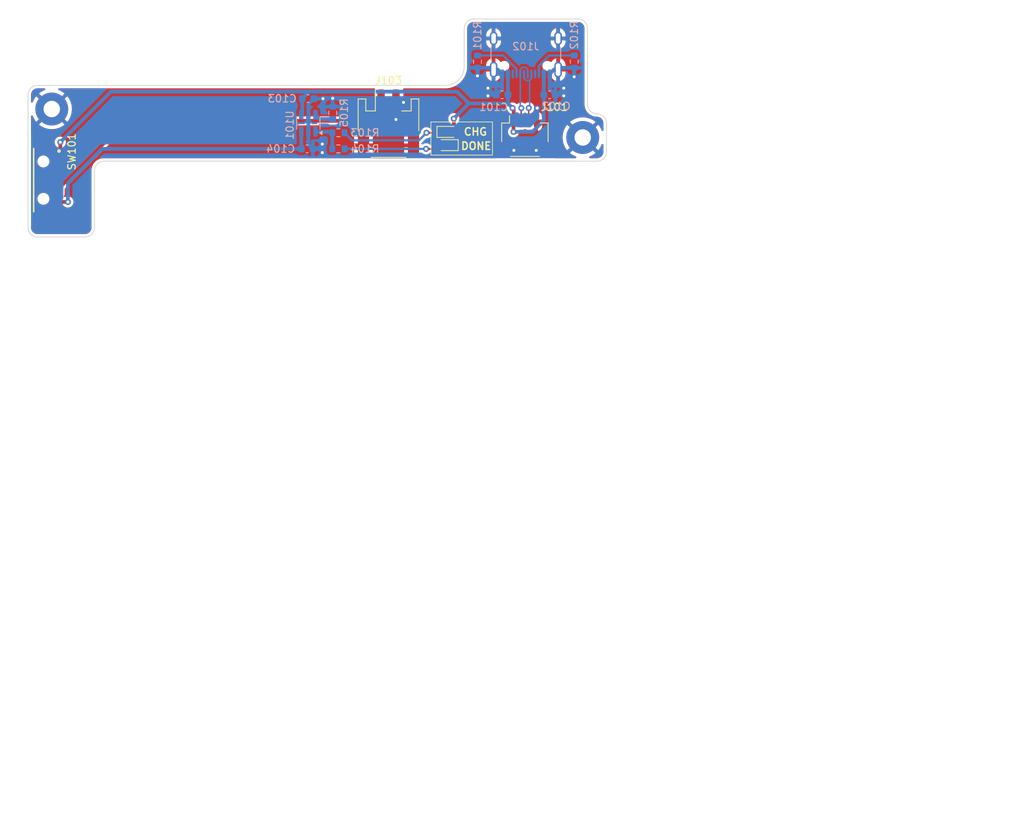
<source format=kicad_pcb>
(kicad_pcb (version 20240108) (generator "pcbnew") (generator_version "8.0")
  (layers (0 "F.Cu" signal) (31 "B.Cu" signal) (34 "B.Paste" user) (35 "F.Paste" user) (36 "B.SilkS" user "B.Silkscreen") (37 "F.SilkS" user "F.Silkscreen") (38 "B.Mask" user) (39 "F.Mask" user) (44 "Edge.Cuts" user))
  (net 0 "")
  (net 1 "GND")
  (net 2 "VCC")
  (net 3 "Net-(U101-V_{BAT})")
  (net 4 "Net-(D101-K)")
  (net 5 "Net-(D102-A)")
  (net 6 "USB_D+")
  (net 7 "USB_D-")
  (net 9 "Net-(J102-CC1)")
  (net 10 "Net-(J102-CC2)")
  (net 12 "Net-(J103-Pin_1)")
  (net 13 "Net-(U101-STAT)")
  (net 14 "Net-(U101-PROG)")
  (footprint "LED_SMD:LED_0603_1608Metric" (layer "F.Cu") (at 75.3001 41.7957)
    (property "Reference" "D101" (hide yes))
    (property "Value" "RED")
    (fp_line (start -1.485 -0.735) (end -1.485 0.735) (stroke (width 0.12)) (layer "F.SilkS"))
    (fp_line (start -1.485 0.735) (end 0.8 0.735) (stroke (width 0.12)) (layer "F.SilkS"))
    (fp_line (start 0.8 -0.735) (end -1.485 -0.735) (stroke (width 0.12)) (layer "F.SilkS"))
    (pad "1" smd roundrect (at -0.7875 0) (size 0.875 0.95) (layers "F.Cu" "F.Paste" "F.Mask") (net 4 "Net-(D101-K)"))
    (pad "2" smd roundrect (at 0.7875 0) (size 0.875 0.95) (layers "F.Cu" "F.Paste" "F.Mask") (net 2 "VCC"))
  )
  (footprint "PCM_Slide_SW:SW_PCM13SMTR" (layer "F.Cu") (at 21.098 48.26 -90)
    (property "Reference" "SW101" (at -3.81 -3.81 90) (layer "F.SilkS") (effects (font (size 1.001843 1.001843))))
    (property "Value" "PCM13SMTR")
    (fp_line (start -1.5 1.3) (end -4.25 1.3) (stroke (width 0.2)) (layer "F.SilkS"))
    (fp_line (start 1.5 1.3) (end -1.5 1.3) (stroke (width 0.2)) (layer "F.SilkS"))
    (fp_line (start 4.25 1.3) (end 1.5 1.3) (stroke (width 0.2)) (layer "F.SilkS"))
    (fp_circle (center -3.9 -2.1) (end -3.758581 -2.1) (stroke (width 0.2)) (fill none) (layer "F.SilkS"))
    (pad "" np_thru_hole circle (at -2.5 0 270) (size 0.9 0.9) (drill 0.9) (layers "*.Cu" "*.Mask"))
    (pad "" np_thru_hole circle (at 2.5 0 270) (size 0.9 0.9) (drill 0.9) (layers "*.Cu" "*.Mask"))
    (pad "1" smd rect (at -3 -1.75 90) (size 0.7 1.5) (layers "F.Cu" "F.Paste" "F.Mask") (net 2 "VCC"))
    (pad "2" smd rect (at -1.5 -1.75 90) (size 0.7 1.5) (layers "F.Cu" "F.Paste" "F.Mask"))
    (pad "3" smd rect (at 1.5 -1.75 90) (size 0.7 1.5) (layers "F.Cu" "F.Paste" "F.Mask") (net 12 "Net-(J103-Pin_1)"))
    (pad "4" smd rect (at 3 -1.75 90) (size 0.7 1.5) (layers "F.Cu" "F.Paste" "F.Mask") (net 3 "Net-(U101-V_{BAT})"))
    (pad "S1" smd rect (at -5.15 -1.1 270) (size 1 0.8) (layers "F.Cu" "F.Paste" "F.Mask") (net 1 "GND"))
    (pad "S2" smd rect (at -5.15 1.1 270) (size 1 0.8) (layers "F.Cu" "F.Paste" "F.Mask") (net 1 "GND"))
    (pad "S3" smd rect (at 5.15 -1.1 270) (size 1 0.8) (layers "F.Cu" "F.Paste" "F.Mask") (net 1 "GND"))
    (pad "S4" smd rect (at 5.15 1.1 270) (size 1 0.8) (layers "F.Cu" "F.Paste" "F.Mask") (net 1 "GND"))
  )
  (footprint "Connector_JST:JST_PH_S2B-PH-SM4-TB_1x02-1MP_P2.00mm_Horizontal" (layer "F.Cu") (at 67.326 40.696)
    (property "Reference" "J103" (at 0 -5.8 0) (layer "F.SilkS"))
    (property "Value" "Battery_Conn")
    (fp_line (start -4.06 -3.31) (end -3.04 -3.31) (stroke (width 0.12)) (layer "F.SilkS"))
    (fp_line (start -4.06 0.94) (end -4.06 -3.31) (stroke (width 0.12)) (layer "F.SilkS"))
    (fp_line (start -3.04 -3.31) (end -3.04 -1.71) (stroke (width 0.12)) (layer "F.SilkS"))
    (fp_line (start -3.04 -1.71) (end -1.76 -1.71) (stroke (width 0.12)) (layer "F.SilkS"))
    (fp_line (start -2.34 4.51) (end 2.34 4.51) (stroke (width 0.12)) (layer "F.SilkS"))
    (fp_line (start -1.76 -1.71) (end -1.76 -4.6) (stroke (width 0.12)) (layer "F.SilkS"))
    (fp_line (start 3.04 -3.31) (end 3.04 -1.71) (stroke (width 0.12)) (layer "F.SilkS"))
    (fp_line (start 3.04 -1.71) (end 1.76 -1.71) (stroke (width 0.12)) (layer "F.SilkS"))
    (fp_line (start 4.06 -3.31) (end 3.04 -3.31) (stroke (width 0.12)) (layer "F.SilkS"))
    (fp_line (start 4.06 0.94) (end 4.06 -3.31) (stroke (width 0.12)) (layer "F.SilkS"))
    (pad "1" smd roundrect (at -1 -2.85) (size 1 3.5) (layers "F.Cu" "F.Paste" "F.Mask") (net 12 "Net-(J103-Pin_1)"))
    (pad "2" smd roundrect (at 1 -2.85) (size 1 3.5) (layers "F.Cu" "F.Paste" "F.Mask") (net 1 "GND"))
    (pad "MP" smd roundrect (at -3.35 2.9) (size 1.5 3.4) (layers "F.Cu" "F.Paste" "F.Mask") (roundrect_rratio 0.1666673333) (net 1 "GND"))
    (pad "MP" smd roundrect (at 3.35 2.9) (size 1.5 3.4) (layers "F.Cu" "F.Paste" "F.Mask") (roundrect_rratio 0.1666673333) (net 1 "GND"))
  )
  (footprint "MountingHole:MountingHole_2.2mm_M2_Pad" (layer "F.Cu") (at 22.225 38.735)
    (property "Reference" "H102" (hide yes))
    (property "Value" "MountingHole_Pad")
    (pad "1" thru_hole circle (at 0 0) (size 4.4 4.4) (drill 2.2) (layers "*.Cu" "*.Mask") (net 1 "GND"))
  )
  (footprint "Connector_JST:JST_SH_SM04B-SRSS-TB_1x04-1MP_P1.00mm_Horizontal" (layer "F.Cu") (at 85.598 42.3926)
    (property "Reference" "J101" (at 3.937 -3.9116 0) (layer "F.SilkS"))
    (property "Value" "Conn_01x04_MountingPin")
    (fp_line (start -3.11 -1.785) (end -2.06 -1.785) (stroke (width 0.12)) (layer "F.SilkS"))
    (fp_line (start -3.11 0.715) (end -3.11 -1.785) (stroke (width 0.12)) (layer "F.SilkS"))
    (fp_line (start -2.06 -1.785) (end -2.06 -2.775) (stroke (width 0.12)) (layer "F.SilkS"))
    (fp_line (start -1.94 2.685) (end 1.94 2.685) (stroke (width 0.12)) (layer "F.SilkS"))
    (fp_line (start 3.11 -1.785) (end 2.06 -1.785) (stroke (width 0.12)) (layer "F.SilkS"))
    (fp_line (start 3.11 0.715) (end 3.11 -1.785) (stroke (width 0.12)) (layer "F.SilkS"))
    (pad "1" smd roundrect (at -1.5 -2) (size 0.6 1.55) (layers "F.Cu" "F.Paste" "F.Mask") (net 2 "VCC"))
    (pad "2" smd roundrect (at -0.5 -2) (size 0.6 1.55) (layers "F.Cu" "F.Paste" "F.Mask") (net 7 "USB_D-"))
    (pad "3" smd roundrect (at 0.5 -2) (size 0.6 1.55) (layers "F.Cu" "F.Paste" "F.Mask") (net 6 "USB_D+"))
    (pad "4" smd roundrect (at 1.5 -2) (size 0.6 1.55) (layers "F.Cu" "F.Paste" "F.Mask") (net 1 "GND"))
    (pad "MP" smd roundrect (at -2.8 1.875) (size 1.2 1.8) (layers "F.Cu" "F.Paste" "F.Mask") (roundrect_rratio 0.2083333333) (net 1 "GND"))
    (pad "MP" smd roundrect (at 2.8 1.875) (size 1.2 1.8) (layers "F.Cu" "F.Paste" "F.Mask") (roundrect_rratio 0.2083333333) (net 1 "GND"))
  )
  (footprint "MountingHole:MountingHole_2.2mm_M2_Pad" (layer "F.Cu") (at 93.345 42.545)
    (property "Reference" "H101" (hide yes))
    (property "Value" "MountingHole_Pad")
    (pad "1" thru_hole circle (at 0 0) (size 4.4 4.4) (drill 2.2) (layers "*.Cu" "*.Mask") (net 1 "GND"))
  )
  (footprint "LED_SMD:LED_0603_1608Metric" (layer "F.Cu") (at 75.1801 43.5737 180)
    (property "Reference" "D102" (hide yes))
    (property "Value" "GREEN")
    (fp_line (start 0.8 -0.735) (end -1.485 -0.735) (stroke (width 0.12)) (layer "F.SilkS"))
    (fp_line (start -1.485 0.735) (end 0.8 0.735) (stroke (width 0.12)) (layer "F.SilkS"))
    (fp_line (start -1.485 -0.735) (end -1.485 0.735) (stroke (width 0.12)) (layer "F.SilkS"))
    (pad "1" smd roundrect (at -0.7875 0 180) (size 0.875 0.95) (layers "F.Cu" "F.Paste" "F.Mask") (net 1 "GND"))
    (pad "2" smd roundrect (at 0.7875 0 180) (size 0.875 0.95) (layers "F.Cu" "F.Paste" "F.Mask") (net 5 "Net-(D102-A)"))
  )
  (footprint "Resistor_SMD:R_0603_1608Metric" (layer "B.Cu") (at 79.248 32.385 -90)
    (property "Reference" "R101" (at -3.493 0 90) (layer "B.SilkS") (effects (justify mirror)))
    (property "Value" "5.1k")
    (fp_line (start 0.237258 0.5225) (end -0.237258 0.5225) (stroke (width 0.12)) (layer "B.SilkS"))
    (fp_line (start 0.237258 -0.5225) (end -0.237258 -0.5225) (stroke (width 0.12)) (layer "B.SilkS"))
    (pad "1" smd roundrect (at -0.825 0 270) (size 0.8 0.95) (layers "B.Cu" "B.Paste" "B.Mask") (net 9 "Net-(J102-CC1)"))
    (pad "2" smd roundrect (at 0.825 0 270) (size 0.8 0.95) (layers "B.Cu" "B.Paste" "B.Mask") (net 1 "GND"))
  )
  (footprint "Resistor_SMD:R_0603_1608Metric" (layer "B.Cu") (at 60.6176 41.91 180)
    (property "Reference" "R103" (at -3.556 0 180) (layer "B.SilkS") (effects (justify mirror)))
    (property "Value" "470")
    (fp_line (start 0.237258 0.5225) (end -0.237258 0.5225) (stroke (width 0.12)) (layer "B.SilkS"))
    (fp_line (start 0.237258 -0.5225) (end -0.237258 -0.5225) (stroke (width 0.12)) (layer "B.SilkS"))
    (pad "1" smd roundrect (at -0.825 0 180) (size 0.8 0.95) (layers "B.Cu" "B.Paste" "B.Mask") (net 4 "Net-(D101-K)"))
    (pad "2" smd roundrect (at 0.825 0 180) (size 0.8 0.95) (layers "B.Cu" "B.Paste" "B.Mask") (net 13 "Net-(U101-STAT)"))
  )
  (footprint "Resistor_SMD:R_0603_1608Metric" (layer "B.Cu") (at 60.6176 44.069 180)
    (property "Reference" "R104" (at -3.556 0 180) (layer "B.SilkS") (effects (justify mirror)))
    (property "Value" "470")
    (fp_line (start 0.237258 0.5225) (end -0.237258 0.5225) (stroke (width 0.12)) (layer "B.SilkS"))
    (fp_line (start 0.237258 -0.5225) (end -0.237258 -0.5225) (stroke (width 0.12)) (layer "B.SilkS"))
    (pad "1" smd roundrect (at -0.825 0 180) (size 0.8 0.95) (layers "B.Cu" "B.Paste" "B.Mask") (net 5 "Net-(D102-A)"))
    (pad "2" smd roundrect (at 0.825 0 180) (size 0.8 0.95) (layers "B.Cu" "B.Paste" "B.Mask") (net 13 "Net-(U101-STAT)"))
  )
  (footprint "Resistor_SMD:R_0603_1608Metric" (layer "B.Cu") (at 59.8556 39.243 -90)
    (property "Reference" "R105" (at 0 -1.524 90) (layer "B.SilkS") (effects (justify mirror)))
    (property "Value" "5.1k")
    (fp_line (start 0.237258 0.5225) (end -0.237258 0.5225) (stroke (width 0.12)) (layer "B.SilkS"))
    (fp_line (start 0.237258 -0.5225) (end -0.237258 -0.5225) (stroke (width 0.12)) (layer "B.SilkS"))
    (pad "1" smd roundrect (at -0.825 0 270) (size 0.8 0.95) (layers "B.Cu" "B.Paste" "B.Mask") (net 1 "GND"))
    (pad "2" smd roundrect (at 0.825 0 270) (size 0.8 0.95) (layers "B.Cu" "B.Paste" "B.Mask") (net 14 "Net-(U101-PROG)"))
  )
  (footprint "Capacitor_SMD:C_0603_1608Metric" (layer "B.Cu") (at 56.4266 44.069)
    (property "Reference" "C104" (at -3.556 0 0) (layer "B.SilkS") (effects (justify mirror)))
    (property "Value" "4.7uF")
    (fp_line (start 0.14058 -0.51) (end -0.14058 -0.51) (stroke (width 0.12)) (layer "B.SilkS"))
    (fp_line (start 0.14058 0.51) (end -0.14058 0.51) (stroke (width 0.12)) (layer "B.SilkS"))
    (pad "1" smd roundrect (at -0.775 0) (size 0.9 0.95) (layers "B.Cu" "B.Paste" "B.Mask") (net 3 "Net-(U101-V_{BAT})"))
    (pad "2" smd roundrect (at 0.775 0) (size 0.9 0.95) (layers "B.Cu" "B.Paste" "B.Mask") (net 1 "GND"))
  )
  (footprint "Connector_USB:USB_C_Receptacle_GCT_USB4105-xx-A_16P_TopMnt_Horizontal" (layer "B.Cu") (at 85.725 30.353)
    (property "Reference" "J102" (at 0 0 0) (layer "B.SilkS") (effects (justify mirror)))
    (property "Value" "USB_C_2.0")
    (fp_line (start -4.67 1.8) (end -4.67 0.1) (stroke (width 0.12)) (layer "B.SilkS"))
    (fp_line (start 4.67 1.8) (end 4.67 0.1) (stroke (width 0.12)) (layer "B.SilkS"))
    (pad "" np_thru_hole circle (at -2.89 2.605) (size 0.65 0.65) (drill 0.65) (layers "F&B.Cu" "*.Mask"))
    (pad "" np_thru_hole circle (at 2.89 2.605) (size 0.65 0.65) (drill 0.65) (layers "F&B.Cu" "*.Mask"))
    (pad "A1" smd roundrect (at -3.2 3.68) (size 0.6 1.15) (layers "B.Cu" "B.Paste" "B.Mask") (net 1 "GND"))
    (pad "A4" smd roundrect (at -2.4 3.68) (size 0.6 1.15) (layers "B.Cu" "B.Paste" "B.Mask") (net 2 "VCC"))
    (pad "A5" smd roundrect (at -1.25 3.68) (size 0.3 1.15) (layers "B.Cu" "B.Paste" "B.Mask") (net 9 "Net-(J102-CC1)"))
    (pad "A6" smd roundrect (at -0.25 3.68) (size 0.3 1.15) (layers "B.Cu" "B.Paste" "B.Mask") (net 6 "USB_D+"))
    (pad "A7" smd roundrect (at 0.25 3.68) (size 0.3 1.15) (layers "B.Cu" "B.Paste" "B.Mask") (net 7 "USB_D-"))
    (pad "A8" smd roundrect (at 1.25 3.68) (size 0.3 1.15) (layers "B.Cu" "B.Paste" "B.Mask"))
    (pad "A9" smd roundrect (at 2.4 3.68) (size 0.6 1.15) (layers "B.Cu" "B.Paste" "B.Mask") (net 2 "VCC"))
    (pad "A12" smd roundrect (at 3.2 3.68) (size 0.6 1.15) (layers "B.Cu" "B.Paste" "B.Mask") (net 1 "GND"))
    (pad "B1" smd roundrect (at 3.2 3.68) (size 0.6 1.15) (layers "B.Cu" "B.Paste" "B.Mask") (net 1 "GND"))
    (pad "B4" smd roundrect (at 2.4 3.68) (size 0.6 1.15) (layers "B.Cu" "B.Paste" "B.Mask") (net 2 "VCC"))
    (pad "B5" smd roundrect (at 1.75 3.68) (size 0.3 1.15) (layers "B.Cu" "B.Paste" "B.Mask") (net 10 "Net-(J102-CC2)"))
    (pad "B6" smd roundrect (at 0.75 3.68) (size 0.3 1.15) (layers "B.Cu" "B.Paste" "B.Mask") (net 6 "USB_D+"))
    (pad "B7" smd roundrect (at -0.75 3.68) (size 0.3 1.15) (layers "B.Cu" "B.Paste" "B.Mask") (net 7 "USB_D-"))
    (pad "B8" smd roundrect (at -1.75 3.68) (size 0.3 1.15) (layers "B.Cu" "B.Paste" "B.Mask"))
    (pad "B9" smd roundrect (at -2.4 3.68) (size 0.6 1.15) (layers "B.Cu" "B.Paste" "B.Mask") (net 2 "VCC"))
    (pad "B12" smd roundrect (at -3.2 3.68) (size 0.6 1.15) (layers "B.Cu" "B.Paste" "B.Mask") (net 1 "GND"))
    (pad "S1" thru_hole oval (at -4.32 -1.075) (size 1 1.8) (drill oval 0.6 1.4) (layers "*.Cu" "*.Mask" "B.Paste") (net 1 "GND"))
    (pad "S1" thru_hole oval (at -4.32 3.105) (size 1 2.1) (drill oval 0.6 1.7) (layers "*.Cu" "*.Mask" "B.Paste") (net 1 "GND"))
    (pad "S1" thru_hole oval (at 4.32 -1.075) (size 1 1.8) (drill oval 0.6 1.4) (layers "*.Cu" "*.Mask" "B.Paste") (net 1 "GND"))
    (pad "S1" thru_hole oval (at 4.32 3.105) (size 1 2.1) (drill oval 0.6 1.7) (layers "*.Cu" "*.Mask" "B.Paste") (net 1 "GND"))
  )
  (footprint "Package_TO_SOT_SMD:SOT-23-5" (layer "B.Cu") (at 56.5931 40.64 90)
    (property "Reference" "U101" (at -0.254 -2.476 -90) (layer "B.SilkS") (effects (justify mirror)))
    (property "Value" "MCP73831-2-OT")
    (fp_line (start 0.8 -1.56) (end 0 -1.56) (stroke (width 0.12)) (layer "B.SilkS"))
    (fp_line (start -0.8 -1.56) (end 0 -1.56) (stroke (width 0.12)) (layer "B.SilkS"))
    (fp_line (start 0.8 1.56) (end 0 1.56) (stroke (width 0.12)) (layer "B.SilkS"))
    (fp_line (start -0.8 1.56) (end 0 1.56) (stroke (width 0.12)) (layer "B.SilkS"))
    (fp_poly (pts (xy -1.3 1.51) (xy -1.54 1.84) (xy -1.06 1.84) (xy -1.3 1.51)) (stroke (width 0.12)) (fill solid) (layer "B.SilkS"))
    (pad "1" smd roundrect (at -1.1375 0.95 90) (size 1.325 0.6) (layers "B.Cu" "B.Paste" "B.Mask") (net 13 "Net-(U101-STAT)"))
    (pad "2" smd roundrect (at -1.1375 0 90) (size 1.325 0.6) (layers "B.Cu" "B.Paste" "B.Mask") (net 1 "GND"))
    (pad "3" smd roundrect (at -1.1375 -0.95 90) (size 1.325 0.6) (layers "B.Cu" "B.Paste" "B.Mask") (net 3 "Net-(U101-V_{BAT})"))
    (pad "4" smd roundrect (at 1.1375 -0.95 90) (size 1.325 0.6) (layers "B.Cu" "B.Paste" "B.Mask") (net 2 "VCC"))
    (pad "5" smd roundrect (at 1.1375 0.95 90) (size 1.325 0.6) (layers "B.Cu" "B.Paste" "B.Mask") (net 14 "Net-(U101-PROG)"))
  )
  (footprint "Resistor_SMD:R_0603_1608Metric" (layer "B.Cu") (at 92.202 32.385 -90)
    (property "Reference" "R102" (at -3.556 0 90) (layer "B.SilkS") (effects (justify mirror)))
    (property "Value" "5.1k")
    (fp_line (start 0.237258 0.5225) (end -0.237258 0.5225) (stroke (width 0.12)) (layer "B.SilkS"))
    (fp_line (start 0.237258 -0.5225) (end -0.237258 -0.5225) (stroke (width 0.12)) (layer "B.SilkS"))
    (pad "1" smd roundrect (at -0.825 0 270) (size 0.8 0.95) (layers "B.Cu" "B.Paste" "B.Mask") (net 10 "Net-(J102-CC2)"))
    (pad "2" smd roundrect (at 0.825 0 270) (size 0.8 0.95) (layers "B.Cu" "B.Paste" "B.Mask") (net 1 "GND"))
  )
  (footprint "Capacitor_SMD:C_0603_1608Metric" (layer "B.Cu") (at 88.9 36.83)
    (property "Reference" "C102" (at 0.889 1.524 0) (layer "B.SilkS") (effects (justify mirror)))
    (property "Value" "4.7uF")
    (fp_line (start 0.14058 -0.51) (end -0.14058 -0.51) (stroke (width 0.12)) (layer "B.SilkS"))
    (fp_line (start 0.14058 0.51) (end -0.14058 0.51) (stroke (width 0.12)) (layer "B.SilkS"))
    (pad "1" smd roundrect (at -0.775 0) (size 0.9 0.95) (layers "B.Cu" "B.Paste" "B.Mask") (net 2 "VCC"))
    (pad "2" smd roundrect (at 0.775 0) (size 0.9 0.95) (layers "B.Cu" "B.Paste" "B.Mask") (net 1 "GND"))
  )
  (footprint "Capacitor_SMD:C_0603_1608Metric" (layer "B.Cu") (at 82.55 36.83)
    (property "Reference" "C101" (at -1.142999 1.650999 180) (layer "B.SilkS") (effects (justify mirror)))
    (property "Value" "0.1uF")
    (fp_line (start 0.14058 -0.51) (end -0.14058 -0.51) (stroke (width 0.12)) (layer "B.SilkS"))
    (fp_line (start 0.14058 0.51) (end -0.14058 0.51) (stroke (width 0.12)) (layer "B.SilkS"))
    (pad "1" smd roundrect (at -0.775 0) (size 0.9 0.95) (layers "B.Cu" "B.Paste" "B.Mask") (net 1 "GND"))
    (pad "2" smd roundrect (at 0.775 0) (size 0.9 0.95) (layers "B.Cu" "B.Paste" "B.Mask") (net 2 "VCC"))
  )
  (footprint "Capacitor_SMD:C_0603_1608Metric" (layer "B.Cu") (at 56.5536 37.338)
    (property "Reference" "C103" (at -3.4676 0 0) (layer "B.SilkS") (effects (justify mirror)))
    (property "Value" "4.7uF")
    (fp_line (start 0.14058 -0.51) (end -0.14058 -0.51) (stroke (width 0.12)) (layer "B.SilkS"))
    (fp_line (start 0.14058 0.51) (end -0.14058 0.51) (stroke (width 0.12)) (layer "B.SilkS"))
    (pad "1" smd roundrect (at -0.775 0) (size 0.9 0.95) (layers "B.Cu" "B.Paste" "B.Mask") (net 2 "VCC"))
    (pad "2" smd roundrect (at 0.775 0) (size 0.9 0.95) (layers "B.Cu" "B.Paste" "B.Mask") (net 1 "GND"))
  )
  (gr_rect (start 72.9996 40.4622) (end 81.2546 44.9072) (stroke (width 0.1)) (fill none) (layer "F.SilkS"))
  (gr_arc (start 95.25 39.37) (mid 96.148026 39.741974) (end 96.52 40.64) (stroke (width 0.1)) (layer "Edge.Cuts"))
  (gr_line (start 96.52 44.45) (end 96.52 40.64) (stroke (width 0.1)) (layer "Edge.Cuts"))
  (gr_line (start 26.67 55.88) (end 20.32 55.879999) (stroke (width 0.1)) (layer "Edge.Cuts"))
  (gr_arc (start 27.93999 46.99) (mid 28.311967 46.091967) (end 29.21 45.71999) (stroke (width 0.1)) (layer "Edge.Cuts"))
  (gr_arc (start 96.52 44.45) (mid 96.148026 45.348026) (end 95.25 45.72) (stroke (width 0.1)) (layer "Edge.Cuts"))
  (gr_arc (start 27.94 54.61) (mid 27.568026 55.508026) (end 26.67 55.88) (stroke (width 0.1)) (layer "Edge.Cuts"))
  (gr_arc (start 19.05 36.83) (mid 19.421974 35.931974) (end 20.32 35.56) (stroke (width 0.1)) (layer "Edge.Cuts"))
  (gr_arc (start 92.71 26.67) (mid 93.608026 27.041974) (end 93.98 27.94) (stroke (width 0.1)) (layer "Edge.Cuts"))
  (gr_arc (start 95.25 39.37) (mid 94.351974 38.998026) (end 93.98 38.1) (stroke (width 0.1)) (layer "Edge.Cuts"))
  (gr_line (start 19.05 54.61) (end 19.05 36.83) (stroke (width 0.1)) (layer "Edge.Cuts"))
  (gr_arc (start 20.32 55.879999) (mid 19.421975 55.508025) (end 19.050001 54.61) (stroke (width 0.1)) (layer "Edge.Cuts"))
  (gr_line (start 92.71 26.67) (end 78.74 26.67) (stroke (width 0.1)) (layer "Edge.Cuts"))
  (gr_line (start 20.32 35.56) (end 74.93 35.56) (stroke (width 0.1)) (layer "Edge.Cuts"))
  (gr_line (start 77.47 33.02) (end 77.47 27.94) (stroke (width 0.1)) (layer "Edge.Cuts"))
  (gr_arc (start 77.47 33.02) (mid 76.726051 34.816051) (end 74.93 35.56) (stroke (width 0.1)) (layer "Edge.Cuts"))
  (gr_line (start 27.94 46.99) (end 27.94 54.61) (stroke (width 0.1)) (layer "Edge.Cuts"))
  (gr_line (start 93.98 27.94) (end 93.98 38.1) (stroke (width 0.1)) (layer "Edge.Cuts"))
  (gr_line (start 95.25 45.72) (end 29.21 45.71999) (stroke (width 0.1)) (layer "Edge.Cuts"))
  (gr_arc (start 77.47 27.94) (mid 77.841974 27.041974) (end 78.74 26.67) (stroke (width 0.1)) (layer "Edge.Cuts"))
  (gr_text "DONE" (at 76.9366 44.2722 0) (layer "F.SilkS") (effects (font (size 1 1) (thickness 0.2) (bold yes)) (justify left bottom)))
  (gr_text "CHG" (at 77.3176 42.3672 0) (layer "F.SilkS") (effects (font (size 1 1) (thickness 0.2) (bold yes)) (justify left bottom)))
  (segment (start 87.1266 44.2676) (end 87.122 44.2722) (width 0.5) (layer "F.Cu") (net 1))
  (segment (start 88.398 44.2676) (end 87.1266 44.2676) (width 0.5) (layer "F.Cu") (net 1))
  (segment (start 87.098 38.759) (end 87.249 38.608) (width 0.5) (layer "F.Cu") (net 1))
  (segment (start 84.1202 44.2676) (end 84.1248 44.2722) (width 0.5) (layer "F.Cu") (net 1))
  (segment (start 68.326 37.846) (end 68.326 40.132) (width 0.5) (layer "F.Cu") (net 1))
  (segment (start 68.326 37.846) (end 69.342 37.846) (width 0.5) (layer "F.Cu") (net 1))
  (segment (start 82.798 44.2676) (end 84.1202 44.2676) (width 0.5) (layer "F.Cu") (net 1))
  (segment (start 87.098 40.3926) (end 87.098 38.759) (width 0.5) (layer "F.Cu") (net 1))
  (via (at 80.645 35.941) (size 0.8) (drill 0.4) (layers "F.Cu" "B.Cu") (net 1))
  (via (at 87.122 44.2722) (size 0.8) (drill 0.4) (layers "F.Cu" "B.Cu") (net 1))
  (via (at 84.1248 44.2722) (size 0.8) (drill 0.4) (layers "F.Cu" "B.Cu") (net 1))
  (via (at 79.248 34.29) (size 0.8) (drill 0.4) (layers "F.Cu" "B.Cu") (net 1))
  (via (at 69.342 37.846) (size 0.8) (drill 0.4) (layers "F.Cu" "B.Cu") (net 1))
  (via (at 68.326 40.132) (size 0.8) (drill 0.4) (layers "F.Cu" "B.Cu") (net 1))
  (via (at 58.547 37.338) (size 0.8) (drill 0.4) (layers "F.Cu" "B.Cu") (net 1))
  (via (at 59.8556 37.2986) (size 0.8) (drill 0.4) (layers "F.Cu" "B.Cu") (net 1))
  (via (at 90.805 35.941) (size 0.8) (drill 0.4) (layers "F.Cu" "B.Cu") (net 1))
  (via (at 90.805 36.957) (size 0.8) (drill 0.4) (layers "F.Cu" "B.Cu") (net 1))
  (via (at 87.249 38.608) (size 0.8) (drill 0.4) (layers "F.Cu" "B.Cu") (net 1))
  (via (at 58.4586 44.577) (size 0.8) (drill 0.4) (layers "F.Cu" "B.Cu") (net 1))
  (via (at 58.4586 43.434) (size 0.8) (drill 0.4) (layers "F.Cu" "B.Cu") (net 1))
  (via (at 80.645 36.957) (size 0.8) (drill 0.4) (layers "F.Cu" "B.Cu") (net 1))
  (via (at 92.202 34.417) (size 0.8) (drill 0.4) (layers "F.Cu" "B.Cu") (net 1))
  (segment (start 81.405 33.458) (end 81.95 33.458) (width 0.5) (layer "B.Cu") (net 1))
  (segment (start 90.805 35.941) (end 90.805 36.957) (width 0.5) (layer "B.Cu") (net 1))
  (segment (start 89.5 33.458) (end 88.925 34.033) (width 0.5) (layer "B.Cu") (net 1))
  (segment (start 56.5931 41.7775) (end 56.5931 38.0735) (width 0.5) (layer "B.Cu") (net 1))
  (segment (start 82.525 34.033) (end 82.525 36.08) (width 0.5) (layer "B.Cu") (net 1))
  (segment (start 56.5931 38.0735) (end 57.3286 37.338) (width 0.5) (layer "B.Cu") (net 1))
  (segment (start 57.2016 44.069) (end 57.9506 44.069) (width 0.5) (layer "B.Cu") (net 1))
  (segment (start 92.202 33.21) (end 92.202 34.417) (width 0.5) (layer "B.Cu") (net 1))
  (segment (start 89.916 36.83) (end 90.805 35.941) (width 0.5) (layer "B.Cu") (net 1))
  (segment (start 80.772 36.83) (end 81.775 36.83) (width 0.5) (layer "B.Cu") (net 1))
  (segment (start 57.9506 44.069) (end 58.4586 44.577) (width 0.5) (layer "B.Cu") (net 1))
  (segment (start 89.675 36.83) (end 89.916 36.83) (width 0.5) (layer "B.Cu") (net 1))
  (segment (start 57.3286 37.338) (end 58.547 37.338) (width 0.5) (layer "B.Cu") (net 1))
  (segment (start 80.645 35.941) (end 80.645 36.957) (width 0.5) (layer "B.Cu") (net 1))
  (segment (start 90.045 33.458) (end 89.5 33.458) (width 0.5) (layer "B.Cu") (net 1))
  (segment (start 90.293 33.21) (end 90.045 33.458) (width 0.5) (layer "B.Cu") (net 1))
  (segment (start 90.678 36.83) (end 89.675 36.83) (width 0.5) (layer "B.Cu") (net 1))
  (segment (start 81.157 33.21) (end 81.405 33.458) (width 0.5) (layer "B.Cu") (net 1))
  (segment (start 79.248 33.21) (end 81.157 33.21) (width 0.5) (layer "B.Cu") (net 1))
  (segment (start 79.248 33.21) (end 79.248 34.29) (width 0.5) (layer "B.Cu") (net 1))
  (segment (start 81.534 36.83) (end 81.775 36.83) (width 0.5) (layer "B.Cu") (net 1))
  (segment (start 81.95 33.458) (end 82.525 34.033) (width 0.5) (layer "B.Cu") (net 1))
  (segment (start 88.925 34.033) (end 88.925 36.08) (width 0.5) (layer "B.Cu") (net 1))
  (segment (start 82.525 36.08) (end 81.775 36.83) (width 0.5) (layer "B.Cu") (net 1))
  (segment (start 57.8236 44.069) (end 58.4586 43.434) (width 0.5) (layer "B.Cu") (net 1))
  (segment (start 59.8556 37.2986) (end 59.8556 38.418) (width 0.5) (layer "B.Cu") (net 1))
  (segment (start 80.645 36.957) (end 80.772 36.83) (width 0.5) (layer "B.Cu") (net 1))
  (segment (start 90.805 36.957) (end 90.678 36.83) (width 0.5) (layer "B.Cu") (net 1))
  (segment (start 56.5931 43.4605) (end 57.2016 44.069) (width 0.5) (layer "B.Cu") (net 1))
  (segment (start 80.645 35.941) (end 81.534 36.83) (width 0.5) (layer "B.Cu") (net 1))
  (segment (start 92.202 33.21) (end 90.293 33.21) (width 0.5) (layer "B.Cu") (net 1))
  (segment (start 88.925 36.08) (end 89.675 36.83) (width 0.5) (layer "B.Cu") (net 1))
  (segment (start 57.2016 44.069) (end 57.8236 44.069) (width 0.5) (layer "B.Cu") (net 1))
  (segment (start 56.5931 41.7775) (end 56.5931 43.4605) (width 0.5) (layer "B.Cu") (net 1))
  (segment (start 76.0876 41.7957) (end 76.0876 40.045) (width 0.5) (layer "F.Cu") (net 2))
  (segment (start 84.074 41.783) (end 84.074 40.4166) (width 0.5) (layer "F.Cu") (net 2))
  (segment (start 84.098 38.759) (end 83.947 38.608) (width 0.5) (layer "F.Cu") (net 2))
  (segment (start 84.074 40.4166) (end 84.098 40.3926) (width 0.5) (layer "F.Cu") (net 2))
  (segment (start 84.098 40.3926) (end 84.098 38.759) (width 0.5) (layer "F.Cu") (net 2))
  (segment (start 23.368 44.74) (end 22.848 45.26) (width 0.5) (layer "F.Cu") (net 2))
  (segment (start 76.0876 40.045) (end 76.073 40.0304) (width 0.5) (layer "F.Cu") (net 2))
  (segment (start 23.368 43.18) (end 23.368 44.74) (width 0.5) (layer "F.Cu") (net 2))
  (via (at 76.073 40.0304) (size 0.8) (drill 0.4) (layers "F.Cu" "B.Cu") (net 2))
  (via (at 84.074 41.783) (size 0.8) (drill 0.4) (layers "F.Cu" "B.Cu") (net 2))
  (via (at 23.368 43.18) (size 0.8) (drill 0.4) (layers "F.Cu" "B.Cu") (net 2))
  (via (at 83.947 38.608) (size 0.8) (drill 0.4) (layers "F.Cu" "B.Cu") (net 2))
  (segment (start 83.325 36.83) (end 83.325 37.986) (width 0.5) (layer "B.Cu") (net 2))
  (segment (start 56.7066 36.41) (end 55.7786 37.338) (width 0.5) (layer "B.Cu") (net 2))
  (segment (start 83.325 37.986) (end 83.947 38.608) (width 0.5) (layer "B.Cu") (net 2))
  (segment (start 78.092 37.986) (end 76.516 36.41) (width 0.5) (layer "B.Cu") (net 2))
  (segment (start 88.125 40.272) (end 86.614 41.783) (width 0.5) (layer "B.Cu") (net 2))
  (segment (start 55.7786 37.338) (end 55.7786 39.367) (width 0.5) (layer "B.Cu") (net 2))
  (segment (start 76.073 40.005) (end 78.092 37.986) (width 0.5) (layer "B.Cu") (net 2))
  (segment (start 88.125 36.83) (end 88.125 40.272) (width 0.5) (layer "B.Cu") (net 2))
  (segment (start 83.325 37.986) (end 78.626 37.986) (width 0.5) (layer "B.Cu") (net 2))
  (segment (start 30.138 36.41) (end 23.368 43.18) (width 0.5) (layer "B.Cu") (net 2))
  (segment (start 56.7066 36.41) (end 30.138 36.41) (width 0.5) (layer "B.Cu") (net 2))
  (segment (start 83.325 34.033) (end 83.325 36.83) (width 0.5) (layer "B.Cu") (net 2))
  (segment (start 88.125 34.033) (end 88.125 36.83) (width 0.5) (layer "B.Cu") (net 2))
  (segment (start 76.516 36.41) (end 56.7066 36.41) (width 0.5) (layer "B.Cu") (net 2))
  (segment (start 55.7786 39.367) (end 55.6431 39.5025) (width 0.5) (layer "B.Cu") (net 2))
  (segment (start 76.073 40.0304) (end 76.073 40.005) (width 0.5) (layer "B.Cu") (net 2))
  (segment (start 86.614 41.783) (end 84.074 41.783) (width 0.5) (layer "B.Cu") (net 2))
  (segment (start 78.092 37.986) (end 78.626 37.986) (width 0.5) (layer "B.Cu") (net 2))
  (segment (start 24.384 51.181) (end 22.927 51.181) (width 0.5) (layer "F.Cu") (net 3))
  (segment (start 22.927 51.181) (end 22.848 51.26) (width 0.5) (layer "F.Cu") (net 3))
  (via (at 24.384 51.181) (size 0.8) (drill 0.4) (layers "F.Cu" "B.Cu") (net 3))
  (segment (start 24.384 51.181) (end 24.384 48.641) (width 0.5) (layer "B.Cu") (net 3))
  (segment (start 55.6431 44.0605) (end 55.6516 44.069) (width 0.5) (layer "B.Cu") (net 3))
  (segment (start 28.956 44.069) (end 55.6516 44.069) (width 0.5) (layer "B.Cu") (net 3))
  (segment (start 55.6431 41.7775) (end 55.6431 44.0605) (width 0.5) (layer "B.Cu") (net 3))
  (segment (start 24.384 48.641) (end 28.956 44.069) (width 0.5) (layer "B.Cu") (net 3))
  (segment (start 74.3856 41.9227) (end 74.5126 41.7957) (width 0.3) (layer "F.Cu") (net 4))
  (segment (start 72.3646 41.9227) (end 74.3856 41.9227) (width 0.3) (layer "F.Cu") (net 4))
  (via (at 72.4154 41.91) (size 0.8) (drill 0.4) (layers "F.Cu" "B.Cu") (net 4))
  (segment (start 62.4586 42.926) (end 61.4426 41.91) (width 0.3) (layer "B.Cu") (net 4))
  (segment (start 71.3994 42.926) (end 62.4586 42.926) (width 0.3) (layer "B.Cu") (net 4))
  (segment (start 72.4154 41.91) (end 71.3994 42.926) (width 0.3) (layer "B.Cu") (net 4))
  (segment (start 73.8846 44.0817) (end 74.3926 43.5737) (width 0.3) (layer "F.Cu") (net 5))
  (segment (start 72.3646 44.0817) (end 73.8846 44.0817) (width 0.3) (layer "F.Cu") (net 5))
  (via (at 72.3646 44.069) (size 0.8) (drill 0.4) (layers "F.Cu" "B.Cu") (net 5))
  (segment (start 72.3646 44.069) (end 61.4426 44.069) (width 0.3) (layer "B.Cu") (net 5))
  (segment (start 86.098 38.608499) (end 86.098 40.3926) (width 0.2) (layer "F.Cu") (net 6))
  (segment (start 86.115262 38.591237) (end 86.098 38.608499) (width 0.2) (layer "F.Cu") (net 6))
  (via (at 86.115262 38.591237) (size 0.8) (drill 0.4) (layers "F.Cu" "B.Cu") (net 6))
  (segment (start 86.238 34.908) (end 86.475 34.671) (width 0.2) (layer "B.Cu") (net 6))
  (segment (start 86.233 34.88241) (end 86.233 38.473499) (width 0.2) (layer "B.Cu") (net 6))
  (segment (start 86.475 34.64041) (end 86.233 34.88241) (width 0.2) (layer "B.Cu") (net 6))
  (segment (start 86.233 38.473499) (end 86.115262 38.591237) (width 0.2) (layer "B.Cu") (net 6))
  (segment (start 85.475 34.033) (end 85.475 34.64041) (width 0.2) (layer "B.Cu") (net 6))
  (segment (start 85.475 34.64041) (end 85.74259 34.908) (width 0.2) (layer "B.Cu") (net 6))
  (segment (start 85.74259 34.908) (end 86.238 34.908) (width 0.2) (layer "B.Cu") (net 6))
  (segment (start 86.475 34.671) (end 86.475 34.033) (width 0.2) (layer "B.Cu") (net 6))
  (segment (start 86.475 34.033) (end 86.475 34.64041) (width 0.2) (layer "B.Cu") (net 6))
  (segment (start 85.098 38.6254) (end 85.1154 38.608) (width 0.2) (layer "F.Cu") (net 7))
  (segment (start 85.098 40.3926) (end 85.098 38.6254) (width 0.2) (layer "F.Cu") (net 7))
  (via (at 85.1154 38.608) (size 0.8) (drill 0.4) (layers "F.Cu" "B.Cu") (net 7))
  (segment (start 84.975 38.4676) (end 85.1154 38.608) (width 0.2) (layer "B.Cu") (net 7))
  (segment (start 85.975 33.42559) (end 85.975 34.033) (width 0.2) (layer "B.Cu") (net 7))
  (segment (start 85.70741 33.158) (end 85.975 33.42559) (width 0.2) (layer "B.Cu") (net 7))
  (segment (start 84.975 33.42559) (end 85.24259 33.158) (width 0.2) (layer "B.Cu") (net 7))
  (segment (start 84.975 34.033) (end 84.975 33.42559) (width 0.2) (layer "B.Cu") (net 7))
  (segment (start 85.24259 33.158) (end 85.70741 33.158) (width 0.2) (layer "B.Cu") (net 7))
  (segment (start 84.975 34.033) (end 84.975 38.4676) (width 0.2) (layer "B.Cu") (net 7))
  (segment (start 82.68012 31.56) (end 84.475 33.35488) (width 0.3) (layer "B.Cu") (net 9))
  (segment (start 79.248 31.56) (end 82.68012 31.56) (width 0.3) (layer "B.Cu") (net 9))
  (segment (start 84.475 33.35488) (end 84.475 34.033) (width 0.3) (layer "B.Cu") (net 9))
  (segment (start 87.475 32.931274) (end 87.475 34.033) (width 0.3) (layer "B.Cu") (net 10))
  (segment (start 92.202 31.56) (end 88.846274 31.56) (width 0.3) (layer "B.Cu") (net 10))
  (segment (start 88.846274 31.56) (end 87.475 32.931274) (width 0.3) (layer "B.Cu") (net 10))
  (segment (start 22.848 49.76) (end 22.848 49.669) (width 0.5) (layer "F.Cu") (net 12))
  (segment (start 32.196 40.321) (end 63.851 40.321) (width 0.5) (layer "F.Cu") (net 12))
  (segment (start 63.851 40.321) (end 66.326 37.846) (width 0.5) (layer "F.Cu") (net 12))
  (segment (start 22.848 49.669) (end 32.196 40.321) (width 0.5) (layer "F.Cu") (net 12))
  (segment (start 57.5431 41.7775) (end 59.6601 41.7775) (width 0.5) (layer "B.Cu") (net 13))
  (segment (start 59.6601 41.7775) (end 59.7926 41.91) (width 0.5) (layer "B.Cu") (net 13))
  (segment (start 59.7926 41.91) (end 59.7926 44.069) (width 0.5) (layer "B.Cu") (net 13))
  (segment (start 59.8556 40.068) (end 58.1086 40.068) (width 0.5) (layer "B.Cu") (net 14))
  (segment (start 58.1086 40.068) (end 57.5431 39.5025) (width 0.5) (layer "B.Cu") (net 14))
  (zone (net 1) (net_name "GND") (layers "F&B.Cu") (connect_pads (clearance 0.35)) (min_thickness 0.25) (fill yes (thermal_gap 0.5) (thermal_bridge_width 0.5))
    (polygon (pts (xy 38.1 31.75) (xy 55.88 31.75) (xy 55.88 29.21) (xy 74.93 29.21) (xy 74.93 24.13) (xy 96.52 24.13) (xy 96.52 29.21) (xy 115.57 29.21) (xy 115.6208 57.7596) (xy 17.3736 57.7596) (xy 17.4498 31.75)))
  )
  (zone (net 0) (net_name "") (layer "B.Cu") (connect_pads (clearance 0)) (min_thickness 0.25)
    (keepout (tracks allowed) (vias allowed) (pads allowed) (copperpour not_allowed) (footprints allowed))
    (fill (thermal_gap 0.5) (thermal_bridge_width 0.5))
    (polygon (pts (xy 83.693 33.782) (xy 87.757 33.782) (xy 87.757 38.354) (xy 83.693 38.354)))
  )
)
</source>
